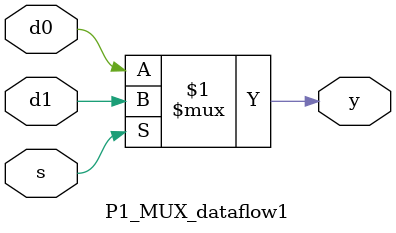
<source format=v>

module P1_MUX_dataflow1(
    output          y,      // sum
    input           d0,     // input D0
    input           d1,     // input D1
    input           s       // select
);

    assign          y = s ? d1 : d0;

endmodule
</source>
